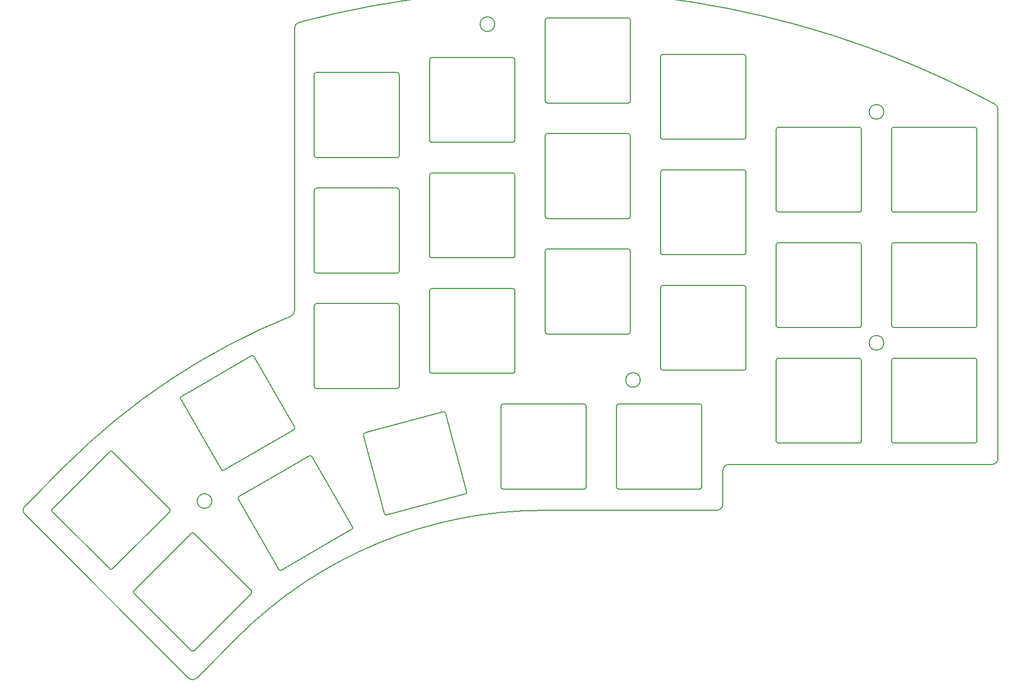
<source format=gbr>
%TF.GenerationSoftware,KiCad,Pcbnew,7.0.1*%
%TF.CreationDate,2023-04-13T19:44:34+02:00*%
%TF.ProjectId,untitled,756e7469-746c-4656-942e-6b696361645f,rev?*%
%TF.SameCoordinates,Original*%
%TF.FileFunction,Profile,NP*%
%FSLAX46Y46*%
G04 Gerber Fmt 4.6, Leading zero omitted, Abs format (unit mm)*
G04 Created by KiCad (PCBNEW 7.0.1) date 2023-04-13 19:44:34*
%MOMM*%
%LPD*%
G01*
G04 APERTURE LIST*
%TA.AperFunction,Profile*%
%ADD10C,0.200000*%
%TD*%
G04 APERTURE END LIST*
D10*
X228097806Y-86417170D02*
G75*
G03*
X227797821Y-86117170I-299994J6D01*
G01*
X228097821Y-99817170D02*
X228097821Y-86417170D01*
X227797821Y-100117173D02*
G75*
G03*
X228097821Y-99817170I-9J300009D01*
G01*
X214397821Y-100117170D02*
X227797821Y-100117170D01*
X214097806Y-99817170D02*
G75*
G03*
X214397821Y-100117170I300006J6D01*
G01*
X214097821Y-86417170D02*
X214097821Y-99817170D01*
X175997816Y-87817160D02*
G75*
G03*
X176297821Y-88117160I299996J-4D01*
G01*
X175997821Y-74417160D02*
X175997821Y-87817160D01*
X176297821Y-74117173D02*
G75*
G03*
X175997821Y-74417160I-9J-299991D01*
G01*
X189697821Y-74117160D02*
X176297821Y-74117160D01*
X132547821Y-110167160D02*
G75*
G03*
X132847821Y-109867160I0J300000D01*
G01*
X96897281Y-111496137D02*
G75*
G03*
X96787473Y-111905945I150000J-259808D01*
G01*
X119147821Y-110167160D02*
X132547821Y-110167160D01*
X118847821Y-109867160D02*
G75*
G03*
X119147821Y-110167160I300000J0D01*
G01*
X118847821Y-96467160D02*
X118847821Y-109867160D01*
X170647821Y-63067173D02*
G75*
G03*
X170947821Y-62767160I-9J300009D01*
G01*
X157247821Y-63067160D02*
X170647821Y-63067160D01*
X156947816Y-62767160D02*
G75*
G03*
X157247821Y-63067160I299996J-4D01*
G01*
X156947821Y-49367160D02*
X156947821Y-62767160D01*
X157247821Y-49067173D02*
G75*
G03*
X156947821Y-49367160I-9J-299991D01*
G01*
X170647821Y-49067160D02*
X157247821Y-49067160D01*
X170947816Y-49367160D02*
G75*
G03*
X170647821Y-49067160I-300004J-4D01*
G01*
X170947821Y-62767160D02*
X170947821Y-49367160D01*
X157247821Y-87167173D02*
G75*
G03*
X156947821Y-87467160I-9J-299991D01*
G01*
X170647821Y-87167160D02*
X157247821Y-87167160D01*
X170947816Y-87467160D02*
G75*
G03*
X170647821Y-87167160I-300004J-4D01*
G01*
X170947821Y-100867160D02*
X170947821Y-87467160D01*
X170647821Y-101167173D02*
G75*
G03*
X170947821Y-100867160I-9J300009D01*
G01*
X157247821Y-101167160D02*
X170647821Y-101167160D01*
X156947816Y-100867160D02*
G75*
G03*
X157247821Y-101167160I299996J-4D01*
G01*
X156947821Y-87467160D02*
X156947821Y-100867160D01*
X182411930Y-126736988D02*
X169011930Y-126736988D01*
X182411930Y-126736982D02*
G75*
G03*
X182711930Y-126436988I-18J300018D01*
G01*
X182711930Y-113036988D02*
X182711930Y-126436988D01*
X182711888Y-113036988D02*
G75*
G03*
X182411930Y-112736988I-299976J24D01*
G01*
X169011930Y-112736988D02*
X182411930Y-112736988D01*
X169011930Y-112736982D02*
G75*
G03*
X168711930Y-113036988I-18J-299982D01*
G01*
X168711930Y-126436988D02*
X168711930Y-113036988D01*
X186236930Y-123692160D02*
X186236930Y-129261988D01*
X185236930Y-130261982D02*
G75*
G03*
X186236930Y-129261988I-18J1000018D01*
G01*
X185236930Y-130261988D02*
X156661930Y-130261988D01*
X156661930Y-130261989D02*
G75*
G03*
X106210175Y-151159791I0J-71349556D01*
G01*
X106210174Y-151159790D02*
X99474982Y-157894982D01*
X98060768Y-157894982D02*
G75*
G03*
X99474982Y-157894982I707107J707108D01*
G01*
X98060768Y-157894982D02*
X71120000Y-130954213D01*
X228097806Y-67367170D02*
G75*
G03*
X227797821Y-67067170I-299994J6D01*
G01*
X71120001Y-129540001D02*
G75*
G03*
X71120000Y-130954213I707106J-707106D01*
G01*
X227797821Y-67067170D02*
X214397821Y-67067170D01*
X71120000Y-129540000D02*
X77855192Y-122804808D01*
X214397821Y-67067173D02*
G75*
G03*
X214097821Y-67367170I-9J-299991D01*
G01*
X114947115Y-98263212D02*
G75*
G03*
X77855192Y-122804808I41714817J-103348332D01*
G01*
X214097821Y-67367170D02*
X214097821Y-80767170D01*
X114947115Y-98263212D02*
G75*
G03*
X115572821Y-97335902I-374293J927309D01*
G01*
X214097806Y-80767170D02*
G75*
G03*
X214397821Y-81067170I300006J6D01*
G01*
X115572821Y-97335902D02*
X115572821Y-50740942D01*
X214397821Y-81067170D02*
X227797821Y-81067170D01*
X116316014Y-49774479D02*
G75*
G03*
X115572821Y-50740942I256808J-966464D01*
G01*
X227797821Y-119167173D02*
G75*
G03*
X228097821Y-118867170I-9J300009D01*
G01*
X210120559Y-53880497D02*
G75*
G03*
X116316014Y-49774479I-53458629J-147731059D01*
G01*
X228097821Y-118867170D02*
X228097821Y-105467170D01*
X213640161Y-55201953D02*
G75*
G03*
X210120559Y-53880498I-56979249J-146412311D01*
G01*
X228097806Y-105467170D02*
G75*
G03*
X227797821Y-105167170I-299994J6D01*
G01*
X231096610Y-63257770D02*
G75*
G03*
X213640161Y-55201954I-74434698J-138353894D01*
G01*
X227797821Y-105167170D02*
X214397821Y-105167170D01*
X231622773Y-64138413D02*
G75*
G03*
X231096608Y-63257774I-999961J49D01*
G01*
X214397821Y-105167173D02*
G75*
G03*
X214097821Y-105467170I-9J-299991D01*
G01*
X231622821Y-64138413D02*
X231622821Y-121692160D01*
X214097821Y-105467170D02*
X214097821Y-118867170D01*
X230622821Y-122692173D02*
G75*
G03*
X231622821Y-121692160I-9J1000009D01*
G01*
X214097806Y-118867170D02*
G75*
G03*
X214397821Y-119167170I300006J6D01*
G01*
X227797821Y-81067173D02*
G75*
G03*
X228097821Y-80767170I-9J300009D01*
G01*
X214397821Y-119167170D02*
X227797821Y-119167170D01*
X228097821Y-80767170D02*
X228097821Y-67367170D01*
X168711888Y-126436988D02*
G75*
G03*
X169011930Y-126736988I300024J24D01*
G01*
X132847821Y-109867160D02*
X132847821Y-96467160D01*
X132847821Y-96467160D02*
G75*
G03*
X132547821Y-96167160I-300000J0D01*
G01*
X119147821Y-96167160D02*
G75*
G03*
X118847821Y-96467160I0J-300000D01*
G01*
X149661930Y-113036988D02*
X149661930Y-126436988D01*
X149661928Y-126436988D02*
G75*
G03*
X149961930Y-126736988I300004J4D01*
G01*
X149961930Y-126736988D02*
X163361930Y-126736988D01*
X163361930Y-126736982D02*
G75*
G03*
X163661930Y-126436988I-18J300018D01*
G01*
X163661930Y-126436988D02*
X163661930Y-113036988D01*
X163661888Y-113036988D02*
G75*
G03*
X163361930Y-112736988I-299976J24D01*
G01*
X163361930Y-112736988D02*
X149961930Y-112736988D01*
X149961930Y-112736982D02*
G75*
G03*
X149661930Y-113036988I-18J-299982D01*
G01*
X176297821Y-69067160D02*
X189697821Y-69067160D01*
X189697821Y-69067173D02*
G75*
G03*
X189997821Y-68767160I-9J300009D01*
G01*
X189997821Y-68767160D02*
X189997821Y-55367160D01*
X138197821Y-74617160D02*
G75*
G03*
X137897821Y-74917160I0J-300000D01*
G01*
X137897821Y-74917160D02*
X137897821Y-88317160D01*
X137897821Y-88317160D02*
G75*
G03*
X138197821Y-88617160I300000J0D01*
G01*
X170947821Y-81817160D02*
X170947821Y-68417160D01*
X170947816Y-68417160D02*
G75*
G03*
X170647821Y-68117160I-300004J-4D01*
G01*
X170647821Y-68117160D02*
X157247821Y-68117160D01*
X157247821Y-68117173D02*
G75*
G03*
X156947821Y-68417160I-9J-299991D01*
G01*
X156947816Y-81817160D02*
G75*
G03*
X157247821Y-82117160I299996J-4D01*
G01*
X132547821Y-96167160D02*
X119147821Y-96167160D01*
X212772821Y-64542170D02*
G75*
G03*
X212772821Y-64542170I-1200000J0D01*
G01*
X157247821Y-82117160D02*
X170647821Y-82117160D01*
X170647821Y-82117173D02*
G75*
G03*
X170947821Y-81817160I-9J300009D01*
G01*
X118847821Y-77417160D02*
X118847821Y-90817160D01*
X118847821Y-90817160D02*
G75*
G03*
X119147821Y-91117160I300000J0D01*
G01*
X119147821Y-91117160D02*
X132547821Y-91117160D01*
X132547821Y-91117160D02*
G75*
G03*
X132847821Y-90817160I0J300000D01*
G01*
X132847821Y-90817160D02*
X132847821Y-77417160D01*
X132847821Y-77417160D02*
G75*
G03*
X132547821Y-77117160I-300000J0D01*
G01*
X132547821Y-77117160D02*
X119147821Y-77117160D01*
X119147821Y-77117160D02*
G75*
G03*
X118847821Y-77417160I0J-300000D01*
G01*
X143966804Y-127186766D02*
X140498628Y-114243360D01*
X189997816Y-74417160D02*
G75*
G03*
X189697821Y-74117160I-300004J-4D01*
G01*
X156947821Y-68417160D02*
X156947821Y-81817160D01*
X195047821Y-105467160D02*
X195047821Y-118867160D01*
X189697821Y-88117173D02*
G75*
G03*
X189997821Y-87817160I-9J300009D01*
G01*
X127187799Y-117499404D02*
G75*
G03*
X126975667Y-117866826I77644J-289776D01*
G01*
X189997821Y-87817160D02*
X189997821Y-74417160D01*
X187236930Y-122692182D02*
G75*
G03*
X186236930Y-123692160I-18J-999982D01*
G01*
X189997816Y-55367160D02*
G75*
G03*
X189697821Y-55067160I-300004J-4D01*
G01*
X176297821Y-88117160D02*
X189697821Y-88117160D01*
X230622821Y-122692160D02*
X187236930Y-122692160D01*
X143754672Y-127554188D02*
G75*
G03*
X143966803Y-127186766I-77648J289778D01*
G01*
X130811265Y-131022364D02*
X143754672Y-127554189D01*
X130443842Y-130810232D02*
G75*
G03*
X130811265Y-131022364I289778J77646D01*
G01*
X126975667Y-117866826D02*
X130443842Y-130810232D01*
X212772821Y-102642170D02*
G75*
G03*
X212772821Y-102642170I-1200000J0D01*
G01*
X140131205Y-114031227D02*
X127187799Y-117499403D01*
X140498628Y-114243360D02*
G75*
G03*
X140131205Y-114031227I-289778J-77645D01*
G01*
X151597821Y-74617160D02*
X138197821Y-74617160D01*
X151897816Y-74917160D02*
G75*
G03*
X151597821Y-74617160I-300004J-4D01*
G01*
X151897821Y-88317160D02*
X151897821Y-74917160D01*
X151597821Y-88617173D02*
G75*
G03*
X151897821Y-88317160I-9J300009D01*
G01*
X172611412Y-108760663D02*
G75*
G03*
X172611412Y-108760663I-1200000J0D01*
G01*
X138197821Y-88617160D02*
X151597821Y-88617160D01*
X137897821Y-69267160D02*
G75*
G03*
X138197821Y-69567160I300000J0D01*
G01*
X137897821Y-55867160D02*
X137897821Y-69267160D01*
X138197821Y-55567160D02*
G75*
G03*
X137897821Y-55867160I0J-300000D01*
G01*
X151597821Y-55567160D02*
X138197821Y-55567160D01*
X151897816Y-55867160D02*
G75*
G03*
X151597821Y-55567160I-300004J-4D01*
G01*
X151897821Y-69267160D02*
X151897821Y-55867160D01*
X151597821Y-69567173D02*
G75*
G03*
X151897821Y-69267160I-9J300009D01*
G01*
X138197821Y-69567160D02*
X151597821Y-69567160D01*
X209047816Y-67367160D02*
G75*
G03*
X208747821Y-67067160I-300004J-4D01*
G01*
X209047821Y-80767160D02*
X209047821Y-67367160D01*
X208747821Y-81067173D02*
G75*
G03*
X209047821Y-80767160I-9J300009D01*
G01*
X101940567Y-128733407D02*
G75*
G03*
X101940567Y-128733407I-1200000J0D01*
G01*
X209047821Y-99817160D02*
X209047821Y-86417160D01*
X195347821Y-81067160D02*
X208747821Y-81067160D01*
X195047816Y-80767160D02*
G75*
G03*
X195347821Y-81067160I299996J-4D01*
G01*
X195047821Y-67367160D02*
X195047821Y-80767160D01*
X195347821Y-67067173D02*
G75*
G03*
X195047821Y-67367160I-9J-299991D01*
G01*
X208747821Y-67067160D02*
X195347821Y-67067160D01*
X195347821Y-105167173D02*
G75*
G03*
X195047821Y-105467160I-9J-299991D01*
G01*
X208747821Y-105167160D02*
X195347821Y-105167160D01*
X209047816Y-105467160D02*
G75*
G03*
X208747821Y-105167160I-300004J-4D01*
G01*
X209047821Y-118867160D02*
X209047821Y-105467160D01*
X208747821Y-119167173D02*
G75*
G03*
X209047821Y-118867160I-9J300009D01*
G01*
X195347821Y-119167160D02*
X208747821Y-119167160D01*
X195047816Y-118867160D02*
G75*
G03*
X195347821Y-119167160I299996J-4D01*
G01*
X209047816Y-86417160D02*
G75*
G03*
X208747821Y-86117160I-300004J-4D01*
G01*
X208747821Y-100117173D02*
G75*
G03*
X209047821Y-99817160I-9J300009D01*
G01*
X195347821Y-100117160D02*
X208747821Y-100117160D01*
X195047816Y-99817160D02*
G75*
G03*
X195347821Y-100117160I299996J-4D01*
G01*
X195047821Y-86417160D02*
X195047821Y-99817160D01*
X195347821Y-86117173D02*
G75*
G03*
X195047821Y-86417160I-9J-299991D01*
G01*
X208747821Y-86117160D02*
X195347821Y-86117160D01*
X175997816Y-68767160D02*
G75*
G03*
X176297821Y-69067160I299996J-4D01*
G01*
X175997821Y-55367160D02*
X175997821Y-68767160D01*
X176297821Y-55067173D02*
G75*
G03*
X175997821Y-55367160I-9J-299991D01*
G01*
X189697821Y-55067160D02*
X176297821Y-55067160D01*
X227797821Y-86117170D02*
X214397821Y-86117170D01*
X214397821Y-86117173D02*
G75*
G03*
X214097821Y-86417170I-9J-299991D01*
G01*
X175997821Y-93467160D02*
X175997821Y-106867160D01*
X175997816Y-106867160D02*
G75*
G03*
X176297821Y-107167160I299996J-4D01*
G01*
X176297821Y-107167160D02*
X189697821Y-107167160D01*
X189697821Y-107167173D02*
G75*
G03*
X189997821Y-106867160I-9J300009D01*
G01*
X189997821Y-106867160D02*
X189997821Y-93467160D01*
X189997816Y-93467160D02*
G75*
G03*
X189697821Y-93167160I-300004J-4D01*
G01*
X189697821Y-93167160D02*
X176297821Y-93167160D01*
X176297821Y-93167173D02*
G75*
G03*
X175997821Y-93467160I-9J-299991D01*
G01*
X118847821Y-58367160D02*
X118847821Y-71767160D01*
X118847821Y-71767160D02*
G75*
G03*
X119147821Y-72067160I300000J0D01*
G01*
X119147821Y-72067160D02*
X132547821Y-72067160D01*
X132547821Y-72067160D02*
G75*
G03*
X132847821Y-71767160I0J300000D01*
G01*
X132847821Y-71767160D02*
X132847821Y-58367160D01*
X132847821Y-58367160D02*
G75*
G03*
X132547821Y-58067160I-300000J0D01*
G01*
X132547821Y-58067160D02*
X119147821Y-58067160D01*
X119147821Y-58067160D02*
G75*
G03*
X118847821Y-58367160I0J-300000D01*
G01*
X137897821Y-93967160D02*
X137897821Y-107367160D01*
X137897821Y-107367160D02*
G75*
G03*
X138197821Y-107667160I300000J0D01*
G01*
X138197821Y-107667160D02*
X151597821Y-107667160D01*
X151597821Y-107667173D02*
G75*
G03*
X151897821Y-107367160I-9J300009D01*
G01*
X151897821Y-107367160D02*
X151897821Y-93967160D01*
X151897816Y-93967160D02*
G75*
G03*
X151597821Y-93667160I-300004J-4D01*
G01*
X151597821Y-93667160D02*
X138197821Y-93667160D01*
X138197821Y-93667160D02*
G75*
G03*
X137897821Y-93967160I0J-300000D01*
G01*
X148594412Y-50070665D02*
G75*
G03*
X148594412Y-50070665I-1200000J0D01*
G01*
X113012473Y-140008469D02*
X106312473Y-128403729D01*
X108911829Y-104905945D02*
X115611829Y-116510685D01*
X103487473Y-123510685D02*
X96787473Y-111905945D01*
X108455238Y-143505359D02*
X98980007Y-134030128D01*
X89080512Y-143929623D02*
X98555743Y-153404854D01*
X85509623Y-120559744D02*
X94984854Y-130034975D01*
X85085359Y-139934469D02*
X75610128Y-130459239D01*
X106422281Y-127993921D02*
X118027021Y-121293921D01*
X118436829Y-121403729D02*
X125136829Y-133008469D01*
X125027021Y-133418277D02*
X113422281Y-140118277D01*
X96897281Y-111496137D02*
X108502021Y-104796137D01*
X115502021Y-116920493D02*
X103897281Y-123620493D01*
X75610128Y-130034975D02*
X85085359Y-120559744D01*
X85509623Y-139934469D02*
X94984854Y-130459239D01*
X98555743Y-134030128D02*
X89080512Y-143505359D01*
X98980007Y-153404854D02*
X108455238Y-143929623D01*
X85085360Y-139934468D02*
G75*
G03*
X85509622Y-139934468I212131J212131D01*
G01*
X85509622Y-120559745D02*
G75*
G03*
X85085360Y-120559745I-212131J-212131D01*
G01*
X75610129Y-130034976D02*
G75*
G03*
X75610129Y-130459238I212131J-212131D01*
G01*
X94984853Y-130459238D02*
G75*
G03*
X94984853Y-130034976I-212131J212131D01*
G01*
X108455237Y-143929622D02*
G75*
G03*
X108455237Y-143505360I-212131J212131D01*
G01*
X89080513Y-143505360D02*
G75*
G03*
X89080513Y-143929622I212131J-212131D01*
G01*
X98555744Y-153404853D02*
G75*
G03*
X98980006Y-153404853I212131J212131D01*
G01*
X98980006Y-134030129D02*
G75*
G03*
X98555744Y-134030129I-212131J-212131D01*
G01*
X106422281Y-127993921D02*
G75*
G03*
X106312473Y-128403729I150000J-259808D01*
G01*
X113012473Y-140008469D02*
G75*
G03*
X113422281Y-140118277I259808J150000D01*
G01*
X125027021Y-133418277D02*
G75*
G03*
X125136829Y-133008469I-150000J259808D01*
G01*
X118436829Y-121403729D02*
G75*
G03*
X118027021Y-121293921I-259808J-150000D01*
G01*
X103487473Y-123510685D02*
G75*
G03*
X103897281Y-123620493I259808J150000D01*
G01*
X115502021Y-116920493D02*
G75*
G03*
X115611829Y-116510685I-150000J259808D01*
G01*
X108911829Y-104905945D02*
G75*
G03*
X108502021Y-104796137I-259808J-150000D01*
G01*
M02*

</source>
